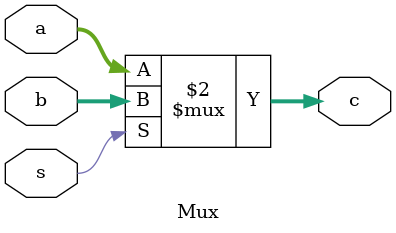
<source format=v>
module Mux (a,b,s,c);

    input [31:0]a,b;
    input s;
    output [31:0]c;

    assign c = (~s) ? a : b ;
    
endmodule
</source>
